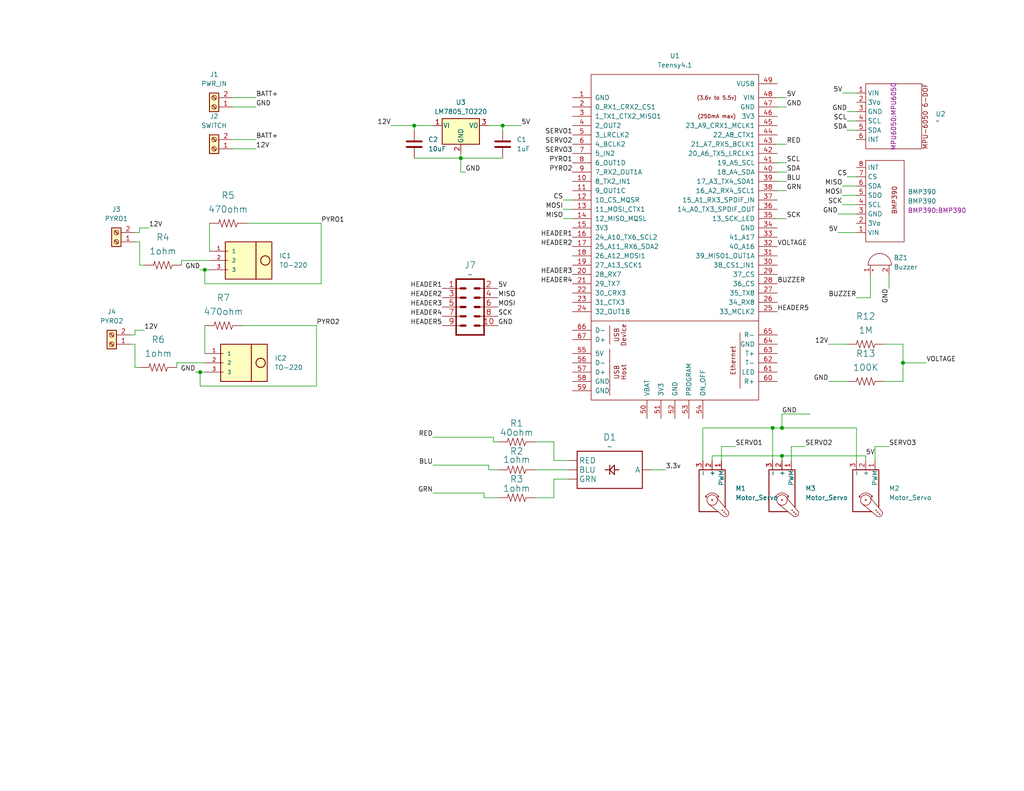
<source format=kicad_sch>
(kicad_sch (version 20250114) (generator "eeschema") (generator_version "9.0")
  (paper "A")
  (lib_symbols
    (symbol "BMP390:BMP390"
      (property "Reference" "U3" (at 12.7 0.7939 0))
      (property "Value" "BMP390" (at 12.7 -1.1112 0))
      (property "Footprint" "BMP390:BMP390" (at 0 0 0))
      (symbol "BMP390_0_1"
        (rectangle (start 11.43 -5.08) (end -10.795 5.3975))
      )
      (symbol "BMP390_1_1"
        (text "BMP390\n" (at 0 2.794 0) (effects (font (size 1.27 1.27))))
        (pin input line (at -8.89 -7.62 90) (length 2.54) (name "INT") (number "8"))
        (pin input line (at -6.35 -7.62 90) (length 2.54) (name "CS") (number "7"))
        (pin input line (at -3.81 -7.62 90) (length 2.54) (name "SDA") (number "6"))
        (pin input line (at -1.27 -7.62 90) (length 2.54) (name "SDO") (number "5"))
        (pin input line (at 1.27 -7.62 90) (length 2.54) (name "SCL") (number "4"))
        (pin input line (at 3.81 -7.62 90) (length 2.54) (name "GND") (number "3"))
        (pin input line (at 6.35 -7.62 90) (length 2.54) (name "3Vo") (number "2"))
        (pin input line (at 8.89 -7.62 90) (length 2.54) (name "VIN") (number "1"))
      )
    )
    (symbol "Connector:Screw_Terminal_01x02" (pin_names (offset 1.016) (hide yes))
      (property "Reference" "J1" (at 1.2701 -5.08 90))
      (property "Value" "Screw_Terminal_01x02" (at -1.2699 -5.08 90))
      (symbol "Screw_Terminal_01x02_1_1"
        (rectangle (start -1.27 1.27) (end 1.27 -3.81) (stroke (width 0.254)) (fill (type background)))
        (polyline (pts (xy -0.5334 0.3302) (xy 0.3302 -0.508)) (stroke (width 0.1524)))
        (polyline (pts (xy -0.5334 -2.2098) (xy 0.3302 -3.048)) (stroke (width 0.1524)))
        (polyline (pts (xy -0.3556 0.508) (xy 0.508 -0.3302)) (stroke (width 0.1524)))
        (polyline (pts (xy -0.3556 -2.032) (xy 0.508 -2.8702)) (stroke (width 0.1524)))
        (circle (center 0 0) (radius 0.635) (stroke (width 0.1524)))
        (circle (center 0 -2.54) (radius 0.635) (stroke (width 0.1524)))
        (pin passive line (at -5.08 0 0) (length 3.81) (name "Pin_1") (number "1"))
        (pin passive line (at -5.08 -2.54 0) (length 3.81) (name "Pin_2") (number "2"))
      )
    )
    (symbol "Device:Buzzer" (pin_names (offset 0.0254) (hide yes))
      (property "Reference" "BZ" (at 3.81 1.27 0))
      (property "Value" "Buzzer" (at 3.81 -1.27 0))
      (symbol "Buzzer_0_1"
        (polyline (pts (xy -1.651 1.905) (xy -1.143 1.905)))
        (polyline (pts (xy -1.397 2.159) (xy -1.397 1.651)))
        (arc (start 0 3.175) (mid 3.1612 0) (end 0 -3.175))
        (polyline (pts (xy 0 3.175) (xy 0 -3.175)))
      )
      (symbol "Buzzer_1_1"
        (pin passive line (at -2.54 2.54 0) (length 2.54) (name "+") (number "1"))
        (pin passive line (at -2.54 -2.54 0) (length 2.54) (name "-") (number "2"))
      )
    )
    (symbol "Device:C" (pin_numbers (hide yes)) (pin_names (offset 0.254))
      (property "Reference" "C" (at 0.635 2.54 0))
      (property "Value" "C" (at 0.635 -2.54 0))
      (symbol "C_0_1"
        (polyline (pts (xy -2.032 0.762) (xy 2.032 0.762)) (stroke (width 0.508)))
        (polyline (pts (xy -2.032 -0.762) (xy 2.032 -0.762)) (stroke (width 0.508)))
      )
      (symbol "C_1_1"
        (pin passive line (at 0 3.81 270) (length 2.794) (name "~") (number "1"))
        (pin passive line (at 0 -3.81 90) (length 2.794) (name "~") (number "2"))
      )
    )
    (symbol "MPU6050:MPU6050"
      (property "Reference" "U" (at 0 0 0))
      (symbol "MPU6050_0_1"
        (rectangle (start -8.89 7.62) (end 8.89 -7.62))
      )
      (symbol "MPU6050_1_1"
        (text "MPU-6050 6-DOF\n" (at 0 8.636 0) (effects (font (size 1.27 1.27))))
        (pin input line (at -6.35 -10.16 90) (length 2.54) (name "VIN") (number "1"))
        (pin input line (at -3.81 -10.16 90) (length 2.54) (name "3Vo") (number "2"))
        (pin input line (at -1.27 -10.16 90) (length 2.54) (name "GND") (number "3"))
        (pin input line (at 1.27 -10.16 90) (length 2.54) (name "SCL") (number "4"))
        (pin input line (at 3.81 -10.16 90) (length 2.54) (name "SDA") (number "5"))
        (pin input line (at 6.35 -10.16 90) (length 2.54) (name "INT") (number "6"))
      )
    )
    (symbol "Motor:Motor_Servo" (pin_names (offset 0.0254))
      (property "Reference" "M" (at -5.08 4.445 0))
      (property "Value" "Motor_Servo" (at -5.08 -4.064 0))
      (symbol "Motor_Servo_0_1"
        (polyline (pts (xy 2.413 1.778) (xy 1.905 1.778)))
        (polyline (pts (xy 2.413 1.778) (xy 2.286 1.397)))
        (polyline (pts (xy 2.413 -1.778) (xy 2.032 -1.778)))
        (polyline (pts (xy 2.413 -1.778) (xy 2.286 -1.397)))
        (arc (start 2.413 -1.778) (mid 1.2406 0) (end 2.413 1.778))
        (circle (center 3.175 0) (radius 0.1778))
        (circle (center 3.175 0) (radius 1.4224))
        (polyline (pts (xy 5.08 3.556) (xy -5.08 3.556) (xy -5.08 -3.556) (xy 6.35 -3.556) (xy 6.35 1.524)) (stroke (width 0.254)))
        (circle (center 5.969 2.794) (radius 0.127))
        (polyline (pts (xy 6.35 4.445) (xy 2.54 1.27)))
        (circle (center 6.477 3.302) (radius 0.127))
        (arc (start 6.35 4.445) (mid 7.4487 4.2737) (end 7.62 3.175))
        (circle (center 6.985 3.81) (radius 0.127))
        (polyline (pts (xy 7.62 3.175) (xy 4.191 -1.016)))
      )
      (symbol "Motor_Servo_1_1"
        (pin passive line (at -7.62 2.54 0) (length 2.54) (name "PWM") (number "1"))
        (pin passive line (at -7.62 0 0) (length 2.54) (name "+") (number "2"))
        (pin passive line (at -7.62 -2.54 0) (length 2.54) (name "-") (number "3"))
      )
    )
    (symbol "Regulator_Linear:LM7805_TO220" (pin_names (offset 0.254))
      (property "Reference" "U" (at -3.81 3.175 0))
      (property "Value" "LM7805_TO220" (at 0 3.175 0))
      (symbol "LM7805_TO220_0_1"
        (rectangle (start -5.08 1.905) (end 5.08 -5.08) (stroke (width 0.254)) (fill (type background)))
      )
      (symbol "LM7805_TO220_1_1"
        (pin power_in line (at -7.62 0 0) (length 2.54) (name "VI") (number "1"))
        (pin power_in line (at 0 -7.62 90) (length 2.54) (name "GND") (number "2"))
        (pin power_out line (at 7.62 0 180) (length 2.54) (name "VO") (number "3"))
      )
    )
    (symbol "SparkFun-Connectors:CONN_05X2NO_SILK"
      (property "Reference" "J" (at -3.81 8.128 0))
      (symbol "CONN_05X2NO_SILK_1_0"
        (polyline (pts (xy -3.81 7.62) (xy -3.81 -7.62)) (stroke (width 0.4064)))
        (polyline (pts (xy -3.81 7.62) (xy 3.81 7.62)) (stroke (width 0.4064)))
        (polyline (pts (xy -1.27 5.08) (xy -2.54 5.08)) (stroke (width 0.6096)))
        (polyline (pts (xy -1.27 2.54) (xy -2.54 2.54)) (stroke (width 0.6096)))
        (polyline (pts (xy -1.27 0) (xy -2.54 0)) (stroke (width 0.6096)))
        (polyline (pts (xy -1.27 -2.54) (xy -2.54 -2.54)) (stroke (width 0.6096)))
        (polyline (pts (xy -1.27 -5.08) (xy -2.54 -5.08)) (stroke (width 0.6096)))
        (polyline (pts (xy 1.27 5.08) (xy 2.54 5.08)) (stroke (width 0.6096)))
        (polyline (pts (xy 1.27 2.54) (xy 2.54 2.54)) (stroke (width 0.6096)))
        (polyline (pts (xy 1.27 0) (xy 2.54 0)) (stroke (width 0.6096)))
        (polyline (pts (xy 1.27 -2.54) (xy 2.54 -2.54)) (stroke (width 0.6096)))
        (polyline (pts (xy 1.27 -5.08) (xy 2.54 -5.08)) (stroke (width 0.6096)))
        (polyline (pts (xy 3.81 -7.62) (xy -3.81 -7.62)) (stroke (width 0.4064)))
        (polyline (pts (xy 3.81 -7.62) (xy 3.81 7.62)) (stroke (width 0.4064)))
        (pin passive line (at -7.62 5.08 0) (length 5.08) (name "1") (number "1"))
        (pin passive line (at -7.62 2.54 0) (length 5.08) (name "3") (number "3"))
        (pin passive line (at -7.62 0 0) (length 5.08) (name "5") (number "5"))
        (pin passive line (at -7.62 -2.54 0) (length 5.08) (name "7") (number "7"))
        (pin passive line (at -7.62 -5.08 0) (length 5.08) (name "9") (number "9"))
        (pin passive line (at 7.62 5.08 180) (length 5.08) (name "2") (number "2"))
        (pin passive line (at 7.62 2.54 180) (length 5.08) (name "4") (number "4"))
        (pin passive line (at 7.62 0 180) (length 5.08) (name "6") (number "6"))
        (pin passive line (at 7.62 -2.54 180) (length 5.08) (name "8") (number "8"))
        (pin passive line (at 7.62 -5.08 180) (length 5.08) (name "10") (number "10"))
      )
    )
    (symbol "SparkFun-LED:LED-RGB-CADIFFUSE"
      (property "Reference" "D" (at -7.62 5.3975 0))
      (symbol "LED-RGB-CADIFFUSE_1_0"
        (polyline (pts (xy -7.62 5.08) (xy 10.16 5.08)) (stroke (width 0.254)))
        (polyline (pts (xy -7.62 -5.08) (xy -7.62 5.08)) (stroke (width 0.254)))
        (polyline (pts (xy 1.27 0) (xy 0 0)) (stroke (width 0.254)))
        (polyline (pts (xy 1.27 0) (xy 1.27 1.27)) (stroke (width 0.254)))
        (polyline (pts (xy 1.27 0) (xy 2.54 -1.27)) (stroke (width 0.254)))
        (polyline (pts (xy 1.27 -1.27) (xy 1.27 0)) (stroke (width 0.254)))
        (polyline (pts (xy 2.54 1.27) (xy 1.27 0)) (stroke (width 0.254)))
        (polyline (pts (xy 2.54 0) (xy 2.54 1.27)) (stroke (width 0.254)))
        (polyline (pts (xy 2.54 0) (xy 3.81 0)) (stroke (width 0.254)))
        (polyline (pts (xy 2.54 -1.27) (xy 2.54 0)) (stroke (width 0.254)))
        (polyline (pts (xy 10.16 5.08) (xy 10.16 -5.08)) (stroke (width 0.254)))
        (polyline (pts (xy 10.16 -5.08) (xy -7.62 -5.08)) (stroke (width 0.254)))
        (pin bidirectional line (at -10.16 2.54 0) (length 2.54) (name "RED") (number "1"))
        (pin bidirectional line (at -10.16 0 0) (length 2.54) (name "BLU") (number "4"))
        (pin bidirectional line (at -10.16 -2.54 0) (length 2.54) (name "GRN") (number "3"))
        (pin bidirectional line (at 12.7 0 180) (length 2.54) (name "A") (number "2"))
      )
    )
    (symbol "SparkFun-Resistors:RESISTOR0402"
      (property "Reference" "R" (at 0 1.524 0))
      (symbol "RESISTOR0402_1_0"
        (polyline (pts (xy -2.54 0) (xy -2.159 1.016)) (stroke (width 0.1524)))
        (polyline (pts (xy -2.159 1.016) (xy -1.524 -1.016)) (stroke (width 0.1524)))
        (polyline (pts (xy -1.524 -1.016) (xy -0.889 1.016)) (stroke (width 0.1524)))
        (polyline (pts (xy -0.889 1.016) (xy -0.254 -1.016)) (stroke (width 0.1524)))
        (polyline (pts (xy -0.254 -1.016) (xy 0.381 1.016)) (stroke (width 0.1524)))
        (polyline (pts (xy 0.381 1.016) (xy 1.016 -1.016)) (stroke (width 0.1524)))
        (polyline (pts (xy 1.016 -1.016) (xy 1.651 1.016)) (stroke (width 0.1524)))
        (polyline (pts (xy 1.651 1.016) (xy 2.286 -1.016)) (stroke (width 0.1524)))
        (polyline (pts (xy 2.286 -1.016) (xy 2.54 0)) (stroke (width 0.1524)))
        (pin passive line (at -5.08 0 0) (length 2.54) (name "1") (number "1"))
        (pin passive line (at 5.08 0 180) (length 2.54) (name "2") (number "2"))
      )
    )
    (symbol "TO-220_1" (pin_names (offset 1.016))
      (property "Reference" "IC1" (at -1.2701 13.97 90))
      (property "Value" "TO-220" (at 1.2699 13.97 90))
      (symbol "TO-220_1_0_0"
        (rectangle (start -5.08 11.9459) (end 5.08 -0.7541) (stroke (width 0.254)) (fill (type background)))
        (polyline (pts (xy -5.08 7.62) (xy 5.08 7.62)) (stroke (width 0.254)))
        (circle (center 0 10.16) (radius 1.27) (stroke (width 0.254)))
      )
      (symbol "TO-220_1_1_0"
        (pin bidirectional line (at -2.54 -5.08 90) (length 5.08) (name "1") (number "1"))
        (pin bidirectional line (at 0 -5.08 90) (length 5.08) (name "2") (number "2"))
        (pin bidirectional line (at 2.54 -5.08 90) (length 5.08) (name "3") (number "3"))
      )
    )
    (symbol "TO-220_3" (pin_names (offset 1.016))
      (property "Reference" "IC2" (at -1.2701 13.97 90))
      (property "Value" "TO-220" (at 1.2699 13.97 90))
      (symbol "TO-220_3_0_0"
        (rectangle (start -5.08 11.9459) (end 5.08 -0.7541) (stroke (width 0.254)) (fill (type background)))
        (polyline (pts (xy -5.08 7.62) (xy 5.08 7.62)) (stroke (width 0.254)))
        (circle (center 0 10.16) (radius 1.27) (stroke (width 0.254)))
      )
      (symbol "TO-220_3_1_0"
        (pin bidirectional line (at -2.54 -5.08 90) (length 5.08) (name "1") (number "1"))
        (pin bidirectional line (at 0 -5.08 90) (length 5.08) (name "2") (number "2"))
        (pin bidirectional line (at 2.54 -5.08 90) (length 5.08) (name "3") (number "3"))
      )
    )
    (symbol "teensy:Teensy4.1" (pin_names (offset 1.016))
      (property "Reference" "U1" (at 0 66.04 0))
      (property "Value" "Teensy4.1" (at 0 63.5 0))
      (property "Footprint" "teensy:Teensy41" (at -10.16 10.16 0))
      (symbol "Teensy4.1_0_0"
        (polyline (pts (xy -22.86 -6.35) (xy 22.86 -6.35)))
        (polyline (pts (xy -17.78 -7.62) (xy -17.78 -12.7)))
        (polyline (pts (xy -17.78 -26.67) (xy -17.78 -13.97)))
        (polyline (pts (xy 17.78 -9.525) (xy 17.78 -24.765)))
        (text "USB" (at -15.875 -10.16 900) (effects (font (size 1.27 1.27))))
        (text "USB" (at -15.875 -20.32 900) (effects (font (size 1.27 1.27))))
        (text "Device" (at -13.97 -10.16 900) (effects (font (size 1.27 1.27))))
        (text "Host" (at -13.97 -20.32 900) (effects (font (size 1.27 1.27))))
        (text "(3.6v to 5.5v)" (at 11.43 54.61 0) (effects (font (size 1.016 1.016))))
        (text "(250mA max)" (at 11.43 49.53 0) (effects (font (size 1.016 1.016))))
        (text "Ethernet" (at 15.875 -17.145 900) (effects (font (size 1.27 1.27))))
        (pin bidirectional line (at -27.94 44.45 0) (length 5.08) (name "3_LRCLK2") (number "5"))
        (pin bidirectional line (at -27.94 41.91 0) (length 5.08) (name "4_BCLK2") (number "6"))
        (pin bidirectional line (at -27.94 39.37 0) (length 5.08) (name "5_IN2") (number "7"))
        (pin bidirectional line (at -27.94 36.83 0) (length 5.08) (name "6_OUT1D") (number "8"))
        (pin bidirectional line (at -27.94 34.29 0) (length 5.08) (name "7_RX2_OUT1A") (number "9"))
        (pin bidirectional line (at -27.94 31.75 0) (length 5.08) (name "8_TX2_IN1") (number "10"))
        (pin bidirectional line (at -27.94 29.21 0) (length 5.08) (name "9_OUT1C") (number "11"))
        (pin bidirectional line (at -27.94 26.67 0) (length 5.08) (name "10_CS_MQSR") (number "12"))
        (pin bidirectional line (at -27.94 24.13 0) (length 5.08) (name "11_MOSI_CTX1") (number "13"))
        (pin bidirectional line (at -27.94 21.59 0) (length 5.08) (name "12_MISO_MQSL") (number "14"))
        (pin power_in line (at -27.94 19.05 0) (length 5.08) (name "3V3") (number "15"))
        (pin bidirectional line (at -27.94 16.51 0) (length 5.08) (name "24_A10_TX6_SCL2") (number "16"))
        (pin bidirectional line (at -27.94 13.97 0) (length 5.08) (name "25_A11_RX6_SDA2") (number "17"))
        (pin bidirectional line (at -27.94 11.43 0) (length 5.08) (name "26_A12_MOSI1") (number "18"))
        (pin bidirectional line (at -27.94 8.89 0) (length 5.08) (name "27_A13_SCK1") (number "19"))
        (pin bidirectional line (at -27.94 6.35 0) (length 5.08) (name "28_RX7") (number "20"))
        (pin bidirectional line (at -27.94 3.81 0) (length 5.08) (name "29_TX7") (number "21"))
        (pin bidirectional line (at -27.94 1.27 0) (length 5.08) (name "30_CRX3") (number "22"))
        (pin bidirectional line (at -27.94 -1.27 0) (length 5.08) (name "31_CTX3") (number "23"))
        (pin bidirectional line (at -27.94 -3.81 0) (length 5.08) (name "32_OUT1B") (number "24"))
        (pin bidirectional line (at -27.94 -8.89 0) (length 5.08) (name "D-") (number "66"))
        (pin bidirectional line (at -27.94 -11.43 0) (length 5.08) (name "D+") (number "67"))
        (pin power_out line (at -27.94 -15.24 0) (length 5.08) (name "5V") (number "55"))
        (pin bidirectional line (at -27.94 -17.78 0) (length 5.08) (name "D-") (number "56"))
        (pin bidirectional line (at -27.94 -20.32 0) (length 5.08) (name "D+") (number "57"))
        (pin power_in line (at -27.94 -22.86 0) (length 5.08) (name "GND") (number "58"))
        (pin power_in line (at -27.94 -25.4 0) (length 5.08) (name "GND") (number "59"))
        (pin power_in line (at -7.62 -33.02 90) (length 5.08) (name "VBAT") (number "50"))
        (pin power_in line (at -3.81 -33.02 90) (length 5.08) (name "3V3") (number "51"))
        (pin input line (at 0 -33.02 90) (length 5.08) (name "GND") (number "52"))
        (pin input line (at 3.81 -33.02 90) (length 5.08) (name "PROGRAM") (number "53"))
        (pin input line (at 7.62 -33.02 90) (length 5.08) (name "ON_OFF") (number "54"))
        (pin power_out line (at 27.94 58.42 180) (length 5.08) (name "VUSB") (number "49"))
        (pin power_in line (at 27.94 54.61 180) (length 5.08) (name "VIN") (number "48"))
        (pin output line (at 27.94 52.07 180) (length 5.08) (name "GND") (number "47"))
        (pin output line (at 27.94 49.53 180) (length 5.08) (name "3V3") (number "46"))
        (pin bidirectional line (at 27.94 46.99 180) (length 5.08) (name "23_A9_CRX1_MCLK1") (number "45"))
        (pin bidirectional line (at 27.94 44.45 180) (length 5.08) (name "22_A8_CTX1") (number "44"))
        (pin bidirectional line (at 27.94 41.91 180) (length 5.08) (name "21_A7_RX5_BCLK1") (number "43"))
        (pin bidirectional line (at 27.94 39.37 180) (length 5.08) (name "20_A6_TX5_LRCLK1") (number "42"))
        (pin bidirectional line (at 27.94 36.83 180) (length 5.08) (name "19_A5_SCL") (number "41"))
        (pin bidirectional line (at 27.94 34.29 180) (length 5.08) (name "18_A4_SDA") (number "40"))
        (pin bidirectional line (at 27.94 31.75 180) (length 5.08) (name "17_A3_TX4_SDA1") (number "39"))
        (pin bidirectional line (at 27.94 29.21 180) (length 5.08) (name "16_A2_RX4_SCL1") (number "38"))
        (pin bidirectional line (at 27.94 26.67 180) (length 5.08) (name "15_A1_RX3_SPDIF_IN") (number "37"))
        (pin bidirectional line (at 27.94 24.13 180) (length 5.08) (name "14_A0_TX3_SPDIF_OUT") (number "36"))
        (pin bidirectional line (at 27.94 21.59 180) (length 5.08) (name "13_SCK_LED") (number "35"))
        (pin bidirectional line (at 27.94 16.51 180) (length 5.08) (name "41_A17") (number "33"))
        (pin bidirectional line (at 27.94 13.97 180) (length 5.08) (name "40_A16") (number "32"))
        (pin bidirectional line (at 27.94 11.43 180) (length 5.08) (name "39_MISO1_OUT1A") (number "31"))
        (pin bidirectional line (at 27.94 8.89 180) (length 5.08) (name "38_CS1_IN1") (number "30"))
        (pin bidirectional line (at 27.94 6.35 180) (length 5.08) (name "37_CS") (number "29"))
        (pin bidirectional line (at 27.94 3.81 180) (length 5.08) (name "36_CS") (number "28"))
        (pin bidirectional line (at 27.94 1.27 180) (length 5.08) (name "35_TX8") (number "27"))
        (pin bidirectional line (at 27.94 -1.27 180) (length 5.08) (name "34_RX8") (number "26"))
        (pin bidirectional line (at 27.94 -3.81 180) (length 5.08) (name "33_MCLK2") (number "25"))
        (pin bidirectional line (at 27.94 -10.16 180) (length 5.08) (name "R-") (number "65"))
        (pin power_in line (at 27.94 -12.7 180) (length 5.08) (name "GND") (number "64"))
        (pin bidirectional line (at 27.94 -15.24 180) (length 5.08) (name "T+") (number "63"))
        (pin bidirectional line (at 27.94 -17.78 180) (length 5.08) (name "T-") (number "62"))
        (pin bidirectional line (at 27.94 -20.32 180) (length 5.08) (name "LED") (number "61"))
        (pin bidirectional line (at 27.94 -22.86 180) (length 5.08) (name "R+") (number "60"))
      )
      (symbol "Teensy4.1_0_1"
        (rectangle (start -22.86 60.96) (end 22.86 -27.94))
        (rectangle (start -20.32 -1.27) (end -20.32 -1.27))
      )
      (symbol "Teensy4.1_1_1"
        (pin power_in line (at -27.94 54.61 0) (length 5.08) (name "GND") (number "1"))
        (pin bidirectional line (at -27.94 52.07 0) (length 5.08) (name "0_RX1_CRX2_CS1") (number "2"))
        (pin bidirectional line (at -27.94 49.53 0) (length 5.08) (name "1_TX1_CTX2_MISO1") (number "3"))
        (pin bidirectional line (at -27.94 46.99 0) (length 5.08) (name "2_OUT2") (number "4"))
        (pin power_in line (at 27.94 19.05 180) (length 5.08) (name "GND") (number "34"))
      )
    )
  )
  (junction (at 113.03 34.29))
  (junction (at 210.82 116.84))
  (junction (at 246.38 99.06))
  (junction (at 125.73 43.18))
  (junction (at 213.36 124.46))
  (junction (at 213.36 116.84))
  (junction (at 54.61 101.6))
  (junction (at 55.88 73.66))
  (junction (at 137.16 34.29))
  (wire (pts (xy 229.87 50.8) (xy 233.68 50.8)))
  (wire (pts (xy 69.85 40.64) (xy 63.5 40.64)))
  (wire (pts (xy 213.36 124.46) (xy 236.22 124.46)))
  (wire (pts (xy 242.57 74.93) (xy 242.57 78.74)))
  (wire (pts (xy 153.67 59.69) (xy 156.21 59.69)))
  (wire (pts (xy 69.85 29.21) (xy 63.5 29.21)))
  (wire (pts (xy 215.9 125.73) (xy 215.9 121.92)))
  (wire (pts (xy 67.31 60.96) (xy 87.63 60.96)))
  (wire (pts (xy 113.03 35.56) (xy 113.03 34.29)))
  (wire (pts (xy 146.05 120.65) (xy 151.13 120.65)))
  (wire (pts (xy 38.1 62.23) (xy 38.1 63.5)))
  (wire (pts (xy 55.88 73.66) (xy 57.15 73.66)))
  (wire (pts (xy 231.14 30.48) (xy 233.68 30.48)))
  (wire (pts (xy 54.61 73.66) (xy 55.88 73.66)))
  (wire (pts (xy 69.85 26.67) (xy 63.5 26.67)))
  (wire (pts (xy 36.83 100.33) (xy 38.1 100.33)))
  (wire (pts (xy 246.38 104.14) (xy 241.3 104.14)))
  (wire (pts (xy 231.14 48.26) (xy 233.68 48.26)))
  (wire (pts (xy 134.62 119.38) (xy 118.11 119.38)))
  (wire (pts (xy 233.68 116.84) (xy 233.68 125.73)))
  (wire (pts (xy 228.6 63.5) (xy 233.68 63.5)))
  (wire (pts (xy 36.83 90.17) (xy 39.37 90.17)))
  (wire (pts (xy 229.87 53.34) (xy 233.68 53.34)))
  (wire (pts (xy 229.87 25.4) (xy 233.68 25.4)))
  (wire (pts (xy 49.53 72.39) (xy 49.53 71.12)))
  (wire (pts (xy 146.05 128.27) (xy 154.94 128.27)))
  (wire (pts (xy 35.56 93.98) (xy 36.83 93.98)))
  (wire (pts (xy 214.63 59.69) (xy 212.09 59.69)))
  (wire (pts (xy 36.83 91.44) (xy 35.56 91.44)))
  (wire (pts (xy 66.04 88.9) (xy 86.36 88.9)))
  (wire (pts (xy 38.1 66.04) (xy 38.1 72.39)))
  (wire (pts (xy 55.88 88.9) (xy 55.88 96.52)))
  (wire (pts (xy 133.35 127) (xy 118.11 127)))
  (wire (pts (xy 125.73 46.99) (xy 127 46.99)))
  (wire (pts (xy 214.63 39.37) (xy 212.09 39.37)))
  (wire (pts (xy 137.16 34.29) (xy 137.16 35.56)))
  (wire (pts (xy 151.13 130.81) (xy 154.94 130.81)))
  (wire (pts (xy 231.14 35.56) (xy 233.68 35.56)))
  (wire (pts (xy 48.26 99.06) (xy 55.88 99.06)))
  (wire (pts (xy 231.14 33.02) (xy 233.68 33.02)))
  (wire (pts (xy 191.77 125.73) (xy 191.77 116.84)))
  (wire (pts (xy 132.08 135.89) (xy 132.08 134.62)))
  (wire (pts (xy 38.1 72.39) (xy 39.37 72.39)))
  (wire (pts (xy 214.63 29.21) (xy 212.09 29.21)))
  (wire (pts (xy 191.77 116.84) (xy 210.82 116.84)))
  (wire (pts (xy 146.05 135.89) (xy 151.13 135.89)))
  (wire (pts (xy 87.63 77.47) (xy 55.88 77.47)))
  (wire (pts (xy 181.61 128.27) (xy 177.8 128.27)))
  (wire (pts (xy 196.85 121.92) (xy 200.66 121.92)))
  (wire (pts (xy 135.89 135.89) (xy 132.08 135.89)))
  (wire (pts (xy 196.85 125.73) (xy 196.85 121.92)))
  (wire (pts (xy 214.63 52.07) (xy 212.09 52.07)))
  (wire (pts (xy 233.68 81.28) (xy 237.49 81.28)))
  (wire (pts (xy 38.1 62.23) (xy 40.64 62.23)))
  (wire (pts (xy 214.63 49.53) (xy 212.09 49.53)))
  (wire (pts (xy 125.73 41.91) (xy 125.73 43.18)))
  (wire (pts (xy 153.67 57.15) (xy 156.21 57.15)))
  (wire (pts (xy 55.88 77.47) (xy 55.88 73.66)))
  (wire (pts (xy 125.73 43.18) (xy 125.73 46.99)))
  (wire (pts (xy 151.13 125.73) (xy 154.94 125.73)))
  (wire (pts (xy 54.61 105.41) (xy 54.61 101.6)))
  (wire (pts (xy 246.38 93.98) (xy 246.38 99.06)))
  (wire (pts (xy 213.36 124.46) (xy 213.36 125.73)))
  (wire (pts (xy 135.89 128.27) (xy 133.35 128.27)))
  (wire (pts (xy 213.36 113.03) (xy 220.98 113.03)))
  (wire (pts (xy 38.1 63.5) (xy 36.83 63.5)))
  (wire (pts (xy 237.49 74.93) (xy 237.49 81.28)))
  (wire (pts (xy 125.73 43.18) (xy 137.16 43.18)))
  (wire (pts (xy 54.61 101.6) (xy 55.88 101.6)))
  (wire (pts (xy 210.82 116.84) (xy 210.82 125.73)))
  (wire (pts (xy 87.63 60.96) (xy 87.63 77.47)))
  (wire (pts (xy 241.3 93.98) (xy 246.38 93.98)))
  (wire (pts (xy 151.13 120.65) (xy 151.13 125.73)))
  (wire (pts (xy 113.03 34.29) (xy 118.11 34.29)))
  (wire (pts (xy 228.6 58.42) (xy 233.68 58.42)))
  (wire (pts (xy 229.87 55.88) (xy 233.68 55.88)))
  (wire (pts (xy 238.76 121.92) (xy 242.57 121.92)))
  (wire (pts (xy 53.34 101.6) (xy 54.61 101.6)))
  (wire (pts (xy 57.15 60.96) (xy 57.15 68.58)))
  (wire (pts (xy 246.38 99.06) (xy 246.38 104.14)))
  (wire (pts (xy 226.06 104.14) (xy 231.14 104.14)))
  (wire (pts (xy 48.26 100.33) (xy 48.26 99.06)))
  (wire (pts (xy 214.63 46.99) (xy 212.09 46.99)))
  (wire (pts (xy 36.83 66.04) (xy 38.1 66.04)))
  (wire (pts (xy 210.82 116.84) (xy 213.36 116.84)))
  (wire (pts (xy 133.35 34.29) (xy 137.16 34.29)))
  (wire (pts (xy 215.9 121.92) (xy 219.71 121.92)))
  (wire (pts (xy 36.83 93.98) (xy 36.83 100.33)))
  (wire (pts (xy 133.35 128.27) (xy 133.35 127)))
  (wire (pts (xy 246.38 99.06) (xy 252.73 99.06)))
  (wire (pts (xy 86.36 88.9) (xy 86.36 105.41)))
  (wire (pts (xy 86.36 105.41) (xy 54.61 105.41)))
  (wire (pts (xy 213.36 124.46) (xy 194.31 124.46)))
  (wire (pts (xy 137.16 34.29) (xy 142.24 34.29)))
  (wire (pts (xy 134.62 120.65) (xy 134.62 119.38)))
  (wire (pts (xy 151.13 135.89) (xy 151.13 130.81)))
  (wire (pts (xy 132.08 134.62) (xy 118.11 134.62)))
  (wire (pts (xy 226.06 93.98) (xy 231.14 93.98)))
  (wire (pts (xy 214.63 26.67) (xy 212.09 26.67)))
  (wire (pts (xy 236.22 124.46) (xy 236.22 125.73)))
  (wire (pts (xy 214.63 44.45) (xy 212.09 44.45)))
  (wire (pts (xy 69.85 38.1) (xy 63.5 38.1)))
  (wire (pts (xy 153.67 54.61) (xy 156.21 54.61)))
  (wire (pts (xy 106.68 34.29) (xy 113.03 34.29)))
  (wire (pts (xy 113.03 43.18) (xy 125.73 43.18)))
  (wire (pts (xy 135.89 120.65) (xy 134.62 120.65)))
  (wire (pts (xy 49.53 71.12) (xy 57.15 71.12)))
  (wire (pts (xy 36.83 90.17) (xy 36.83 91.44)))
  (wire (pts (xy 213.36 116.84) (xy 233.68 116.84)))
  (wire (pts (xy 213.36 113.03) (xy 213.36 116.84)))
  (wire (pts (xy 238.76 125.73) (xy 238.76 121.92)))
  (wire (pts (xy 194.31 124.46) (xy 194.31 125.73)))
  (label "HEADER2" (at 156.21 67.31 180))
  (label "MISO" (at 153.67 59.69 180))
  (label "GND" (at 127 46.99 0))
  (label "BUZZER" (at 233.68 81.28 180))
  (label "BLU" (at 118.11 127 180))
  (label "CS" (at 153.67 54.61 180))
  (label "SCL" (at 231.14 33.02 180))
  (label "GND" (at 54.61 73.66 180))
  (label "12V" (at 39.37 90.17 0))
  (label "BUZZER" (at 212.09 77.47 0))
  (label "SERVO1" (at 200.66 121.92 0))
  (label "MOSI" (at 229.87 53.34 180))
  (label "HEADER5" (at 120.65 88.9 180))
  (label "12V" (at 106.68 34.29 180))
  (label "5V" (at 214.63 26.67 0))
  (label "GND" (at 213.36 113.03 0))
  (label "MISO" (at 229.87 50.8 180))
  (label "5V" (at 135.89 78.74 0))
  (label "HEADER2" (at 120.65 81.28 180))
  (label "BATT+" (at 69.85 38.1 0))
  (label "12V" (at 69.85 40.64 0))
  (label "SERVO2" (at 156.21 39.37 180))
  (label "PYRO2" (at 86.36 88.9 0))
  (label "RED" (at 214.63 39.37 0))
  (label "GND" (at 135.89 88.9 0))
  (label "HEADER1" (at 120.65 78.74 180))
  (label "HEADER5" (at 212.09 85.09 0))
  (label "SCK" (at 135.89 86.36 0))
  (label "SERVO1" (at 156.21 36.83 180))
  (label "HEADER1" (at 156.21 64.77 180))
  (label "HEADER3" (at 156.21 74.93 180))
  (label "SDA" (at 231.14 35.56 180))
  (label "VOLTAGE" (at 212.09 67.31 0))
  (label "GND" (at 226.06 104.14 180))
  (label "PYRO1" (at 156.21 44.45 180))
  (label "5V" (at 142.24 34.29 0))
  (label "GND" (at 53.34 101.6 180))
  (label "SERVO3" (at 242.57 121.92 0))
  (label "BATT+" (at 69.85 26.67 0))
  (label "HEADER3" (at 120.65 83.82 180))
  (label "3.3v" (at 181.61 128.27 0))
  (label "GND" (at 228.6 58.42 180))
  (label "GND" (at 231.14 30.48 180))
  (label "BLU" (at 214.63 49.53 0))
  (label "MOSI" (at 153.67 57.15 180))
  (label "12V" (at 40.64 62.23 0))
  (label "HEADER4" (at 120.65 86.36 180))
  (label "SCL" (at 214.63 44.45 0))
  (label "SDA" (at 214.63 46.99 0))
  (label "MOSI" (at 135.89 83.82 0))
  (label "RED" (at 118.11 119.38 180))
  (label "GND" (at 242.57 78.74 270))
  (label "PYRO1" (at 87.63 60.96 0))
  (label "SCK" (at 229.87 55.88 180))
  (label "VOLTAGE" (at 252.73 99.06 0))
  (label "HEADER4" (at 156.21 77.47 180))
  (label "CS" (at 231.14 48.26 180))
  (label "GRN" (at 118.11 134.62 180))
  (label "SERVO3" (at 156.21 41.91 180))
  (label "SCK" (at 214.63 59.69 0))
  (label "SERVO2" (at 219.71 121.92 0))
  (label "5V" (at 228.6 63.5 180))
  (label "PYRO2" (at 156.21 46.99 180))
  (label "12V" (at 226.06 93.98 180))
  (label "5V" (at 229.87 25.4 180))
  (label "5V" (at 236.22 124.46 0))
  (label "GRN" (at 214.63 52.07 0))
  (label "GND" (at 69.85 29.21 0))
  (label "GND" (at 214.63 29.21 0))
  (label "MISO" (at 135.89 81.28 0))
  (symbol (lib_id "MPU6050:MPU6050") (at 243.84 31.75 270) (unit 1)
    (property "Reference" "U2" (at 255.27 31.1149 90) (effects (justify left)))
    (property "Value" "~" (at 255.27 33.02 90) (effects (justify left)))
    (property "Footprint" "MPU6050:MPU6050" (at 243.84 31.75 0))
  )
  (symbol (lib_id "Connector:Screw_Terminal_01x02") (at 58.42 40.64 180) (unit 1)
    (property "Reference" "J2" (at 58.42 31.75 0))
    (property "Value" "SWITCH" (at 58.42 34.29 0))
    (property "Footprint" "TerminalBlock:TerminalBlock_MaiXu_MX126-5.0-02P_1x02_P5.00mm" (effects (hide yes)))
    (property "Description" "Generic screw terminal, single row, 01x02, script generated (kicad-library-utils/schlib/autogen/connector/)" (effects (hide yes)))
  )
  (symbol (lib_name "TO-220_1") (lib_id "TO-220:TO-220") (at 62.23 71.12 270) (unit 1)
    (property "Reference" "IC1" (at 76.2 69.8499 90) (effects (justify left)))
    (property "Value" "TO-220" (at 76.2 72.3899 90) (effects (justify left)))
    (property "Footprint" "Package_TO_SOT_THT:TO-220-3_Vertical" (effects (hide yes)))
    (property "MF" "Valcon" (effects (hide yes)))
    (property "Description_1" "TO - Valcon Silicon Insulators" (effects (hide yes)))
    (property "Package" "None" (effects (hide yes)))
    (property "Price" "None" (effects (hide yes)))
    (property "SnapEDA_Link" "https://www.snapeda.com/parts/TO-220/Valcon/view-part/?ref=snap" (effects (hide yes)))
    (property "MP" "TO-220" (effects (hide yes)))
    (property "Availability" "In Stock" (effects (hide yes)))
    (property "Check_prices" "https://www.snapeda.com/parts/TO-220/Valcon/view-part/?ref=eda" (effects (hide yes)))
  )
  (symbol (lib_id "Motor:Motor_Servo") (at 194.31 133.35 270) (unit 1)
    (property "Reference" "M1" (at 200.66 133.336 90) (effects (justify left)))
    (property "Value" "Motor_Servo" (at 200.66 135.876 90) (effects (justify left)))
    (property "Footprint" "Connector_PinHeader_2.54mm:PinHeader_1x03_P2.54mm_Vertical" (effects (hide yes)))
    (property "Datasheet" "http://forums.parallax.com/uploads/attachments/46831/74481.png" (effects (hide yes)))
    (property "Description" "Servo Motor (Futaba, HiTec, JR connector)" (effects (hide yes)))
  )
  (symbol (lib_id "SparkFun-Resistors:RESISTOR0402") (at 62.23 60.96 180) (unit 1)
    (property "Reference" "R5" (at 62.23 53.34 0) (effects (font (size 1.778 1.778))))
    (property "Value" "470ohm" (at 62.23 57.15 0) (effects (font (size 1.778 1.778))))
    (property "Footprint" "Resistor_THT:R_Axial_DIN0207_L6.3mm_D2.5mm_P7.62mm_Horizontal" (effects (hide yes)))
    (property "Description" "Generic Resistor Package" (effects (hide yes)))
  )
  (symbol (lib_id "Regulator_Linear:LM7805_TO220") (at 125.73 34.29 0) (unit 1)
    (property "Reference" "U3" (at 125.73 27.94 0))
    (property "Value" "LM7805_TO220" (at 125.73 30.48 0))
    (property "Footprint" "Package_TO_SOT_THT:TO-220-3_Vertical" (effects (hide yes)))
    (property "Datasheet" "https://www.onsemi.cn/PowerSolutions/document/MC7800-D.PDF" (effects (hide yes)))
    (property "Description" "Positive 1A 35V Linear Regulator, Fixed Output 5V, TO-220" (effects (hide yes)))
  )
  (symbol (lib_id "Motor:Motor_Servo") (at 213.36 133.35 270) (unit 1)
    (property "Reference" "M3" (at 219.71 133.336 90) (effects (justify left)))
    (property "Value" "Motor_Servo" (at 219.71 135.876 90) (effects (justify left)))
    (property "Footprint" "Connector_PinHeader_2.54mm:PinHeader_1x03_P2.54mm_Vertical" (effects (hide yes)))
    (property "Datasheet" "http://forums.parallax.com/uploads/attachments/46831/74481.png" (effects (hide yes)))
    (property "Description" "Servo Motor (Futaba, HiTec, JR connector)" (effects (hide yes)))
  )
  (symbol (lib_id "Device:Buzzer") (at 240.03 72.39 90) (unit 1)
    (property "Reference" "BZ1" (at 243.84 70.3648 90) (effects (justify right)))
    (property "Value" "Buzzer" (at 243.84 72.9048 90) (effects (justify right)))
    (property "Footprint" "Buzzer_Beeper:Buzzer_TDK_PS1240P02BT_D12.2mm_H6.5mm" (effects (hide yes)))
    (property "Description" "Buzzer, polarized" (effects (hide yes)))
  )
  (symbol (lib_id "teensy:Teensy4.1") (at 184.15 81.28 0) (unit 1)
    (property "Reference" "U1" (at 184.15 15.24 0))
    (property "Value" "Teensy4.1" (at 184.15 17.78 0))
    (property "Footprint" "teensy:Teensy41" (effects (hide yes)))
  )
  (symbol (lib_id "SparkFun-Connectors:CONN_05X2NO_SILK") (at 128.27 83.82 0) (unit 1)
    (property "Reference" "J7" (at 128.27 72.39 0) (effects (font (size 1.778 1.778))))
    (property "Value" "~" (at 128.27 74.93 0) (effects (font (size 1.778 1.778))))
    (property "Footprint" "Connector_PinHeader_2.54mm:PinHeader_2x05_P2.54mm_Vertical" (effects (hide yes)))
    (property "Description" "Multi connection point. Often used as Generic Header-pin footprint for 0.1 inch spaced/style header connections\n\nFor AVR SPI programming port, see special device with nice symbol: \"AVR_SPI_PROG_5x2.dev\"\n\nYou can populate with any combo of single row headers, but if you'd like an exact match, check these:\n\n• https://www.sparkfun.com/products/778  2x5 AVR ICSP Male Header (PRT-00778)\n• https://www.sparkfun.com/products/8506  2x5 Pin Shrouded Header (PRT-08506)\n\nOn any of the 0.1 inch spaced packages, you can populate with these:\n\n• https://www.sparkfun.com/products/116  Break Away Headers - Straight (PRT-00116)\n• https://www.sparkfun.com/products/553  Break Away Male Headers - Right Angle (PRT-00553)\n• https://www.sparkfun.com/products/115  Female Headers (PRT-00115)\n• https://www.sparkfun.com/products/117  Break Away Headers - Machine Pin (PRT-00117)\n• https://www.sparkfun.com/products/743  Break Away Female Headers - Swiss Machine Pin (PRT-00743)\n\nSpecial note: the shrouded connector mates well with our 5x2 ribbon cables:\n\n• https://www.sparkfun.com/products/8535  2x5 Pin IDC Ribbon Cable (PRT-08535)" (effects (hide yes)))
  )
  (symbol (lib_id "Device:C") (at 113.03 39.37 0) (unit 1)
    (property "Reference" "C2" (at 116.84 38.0999 0) (effects (justify left)))
    (property "Value" "10uF" (at 116.84 40.6399 0) (effects (justify left)))
    (property "Footprint" "Capacitor_THT:C_Radial_D6.3mm_H5.0mm_P2.50mm" (effects (hide yes)))
    (property "Description" "Unpolarized capacitor" (effects (hide yes)))
  )
  (symbol (lib_id "Motor:Motor_Servo") (at 236.22 133.35 270) (unit 1)
    (property "Reference" "M2" (at 242.57 133.336 90) (effects (justify left)))
    (property "Value" "Motor_Servo" (at 242.57 135.876 90) (effects (justify left)))
    (property "Footprint" "Connector_PinHeader_2.54mm:PinHeader_1x03_P2.54mm_Vertical" (effects (hide yes)))
    (property "Datasheet" "http://forums.parallax.com/uploads/attachments/46831/74481.png" (effects (hide yes)))
    (property "Description" "Servo Motor (Futaba, HiTec, JR connector)" (effects (hide yes)))
  )
  (symbol (lib_id "SparkFun-Resistors:RESISTOR0402") (at 140.97 128.27 180) (unit 1)
    (property "Reference" "R2" (at 140.97 123.19 0) (effects (font (size 1.778 1.778))))
    (property "Value" "1ohm" (at 140.97 125.476 0) (effects (font (size 1.778 1.778))))
    (property "Footprint" "Resistor_THT:R_Axial_DIN0207_L6.3mm_D2.5mm_P7.62mm_Horizontal" (effects (hide yes)))
    (property "Description" "Generic Resistor Package" (effects (hide yes)))
  )
  (symbol (lib_id "Device:C") (at 137.16 39.37 0) (unit 1)
    (property "Reference" "C1" (at 140.97 38.0999 0) (effects (justify left)))
    (property "Value" "1uF" (at 140.97 40.6399 0) (effects (justify left)))
    (property "Footprint" "Capacitor_THT:C_Radial_D6.3mm_H5.0mm_P2.50mm" (effects (hide yes)))
    (property "Description" "Unpolarized capacitor" (effects (hide yes)))
  )
  (symbol (lib_id "BMP390:BMP390") (at 241.3 54.61 270) (unit 1)
    (property "Reference" "BMP390" (at 247.65 52.3874 90) (effects (justify left)))
    (property "Value" "BMP390" (at 247.65 54.9274 90) (effects (justify left)))
    (property "Footprint" "BMP390:BMP390" (at 247.65 57.4674 90) (effects (justify left)))
  )
  (symbol (lib_id "SparkFun-Resistors:RESISTOR0402") (at 43.18 100.33 180) (unit 1)
    (property "Reference" "R6" (at 43.18 92.71 0) (effects (font (size 1.778 1.778))))
    (property "Value" "1ohm" (at 43.18 96.52 0) (effects (font (size 1.778 1.778))))
    (property "Footprint" "Resistor_THT:R_Axial_DIN0207_L6.3mm_D2.5mm_P7.62mm_Horizontal" (effects (hide yes)))
    (property "Description" "Generic Resistor Package" (effects (hide yes)))
  )
  (symbol (lib_name "TO-220_3") (lib_id "TO-220:TO-220") (at 60.96 99.06 270) (unit 1)
    (property "Reference" "IC2" (at 74.93 97.7899 90) (effects (justify left)))
    (property "Value" "TO-220" (at 74.93 100.3299 90) (effects (justify left)))
    (property "Footprint" "Package_TO_SOT_THT:TO-220-3_Vertical" (effects (hide yes)))
    (property "MF" "Valcon" (effects (hide yes)))
    (property "Description_1" "TO - Valcon Silicon Insulators" (effects (hide yes)))
    (property "Package" "None" (effects (hide yes)))
    (property "Price" "None" (effects (hide yes)))
    (property "SnapEDA_Link" "https://www.snapeda.com/parts/TO-220/Valcon/view-part/?ref=snap" (effects (hide yes)))
    (property "MP" "TO-220" (effects (hide yes)))
    (property "Availability" "In Stock" (effects (hide yes)))
    (property "Check_prices" "https://www.snapeda.com/parts/TO-220/Valcon/view-part/?ref=eda" (effects (hide yes)))
  )
  (symbol (lib_id "SparkFun-Resistors:RESISTOR0402") (at 140.97 135.89 180) (unit 1)
    (property "Reference" "R3" (at 140.97 130.81 0) (effects (font (size 1.778 1.778))))
    (property "Value" "1ohm" (at 140.97 133.35 0) (effects (font (size 1.778 1.778))))
    (property "Footprint" "Resistor_THT:R_Axial_DIN0207_L6.3mm_D2.5mm_P7.62mm_Horizontal" (effects (hide yes)))
    (property "Description" "Generic Resistor Package" (effects (hide yes)))
  )
  (symbol (lib_id "SparkFun-LED:LED-RGB-CADIFFUSE") (at 165.1 128.27 0) (unit 1)
    (property "Reference" "D1" (at 166.37 119.38 0) (effects (font (size 1.778 1.778))))
    (property "Value" "~" (at 166.37 121.92 0) (effects (font (size 1.778 1.778))))
    (property "Footprint" "LED_THT:LED_D5.0mm-4_RGB_Staggered_Pins" (effects (hide yes)))
    (property "Description" "LED-RGB Diffused Common Anode\n\n• Packages:\n\n•  LED RGB-THRU\n•  P-LCC-4-3\n• LED-TRICOLOR-SMD\n\nSparkFun Products:\n\n• RGB Diffused Common Anode- Diffuse\n• RGB Diffused Common Anode - Clear\n• Qduino Mini\n• Triple Output LED RGB - SMD" (effects (hide yes)))
  )
  (symbol (lib_id "Connector:Screw_Terminal_01x02") (at 31.75 66.04 180) (unit 1)
    (property "Reference" "J3" (at 31.75 57.15 0))
    (property "Value" "PYRO1" (at 31.75 59.69 0))
    (property "Footprint" "TerminalBlock:TerminalBlock_MaiXu_MX126-5.0-02P_1x02_P5.00mm" (effects (hide yes)))
    (property "Description" "Generic screw terminal, single row, 01x02, script generated (kicad-library-utils/schlib/autogen/connector/)" (effects (hide yes)))
  )
  (symbol (lib_id "SparkFun-Resistors:RESISTOR0402") (at 236.22 104.14 180) (unit 1)
    (property "Reference" "R13" (at 236.22 96.52 0) (effects (font (size 1.778 1.778))))
    (property "Value" "100K" (at 236.22 100.33 0) (effects (font (size 1.778 1.778))))
    (property "Footprint" "Resistor_THT:R_Axial_DIN0207_L6.3mm_D2.5mm_P7.62mm_Horizontal" (effects (hide yes)))
    (property "Description" "Generic Resistor Package" (effects (hide yes)))
  )
  (symbol (lib_id "SparkFun-Resistors:RESISTOR0402") (at 60.96 88.9 180) (unit 1)
    (property "Reference" "R7" (at 60.96 81.28 0) (effects (font (size 1.778 1.778))))
    (property "Value" "470ohm" (at 60.96 85.09 0) (effects (font (size 1.778 1.778))))
    (property "Footprint" "Resistor_THT:R_Axial_DIN0207_L6.3mm_D2.5mm_P7.62mm_Horizontal" (effects (hide yes)))
    (property "Description" "Generic Resistor Package" (effects (hide yes)))
  )
  (symbol (lib_id "SparkFun-Resistors:RESISTOR0402") (at 140.97 120.65 180) (unit 1)
    (property "Reference" "R1" (at 140.97 115.57 0) (effects (font (size 1.778 1.778))))
    (property "Value" "40ohm" (at 140.97 118.11 0) (effects (font (size 1.778 1.778))))
    (property "Footprint" "Resistor_THT:R_Axial_DIN0207_L6.3mm_D2.5mm_P7.62mm_Horizontal" (effects (hide yes)))
    (property "Description" "Generic Resistor Package" (effects (hide yes)))
  )
  (symbol (lib_id "Connector:Screw_Terminal_01x02") (at 58.42 29.21 180) (unit 1)
    (property "Reference" "J1" (at 58.42 20.32 0))
    (property "Value" "PWR_IN" (at 58.42 22.86 0))
    (property "Footprint" "TerminalBlock:TerminalBlock_MaiXu_MX126-5.0-02P_1x02_P5.00mm" (effects (hide yes)))
    (property "Description" "Generic screw terminal, single row, 01x02, script generated (kicad-library-utils/schlib/autogen/connector/)" (effects (hide yes)))
  )
  (symbol (lib_id "SparkFun-Resistors:RESISTOR0402") (at 44.45 72.39 180) (unit 1)
    (property "Reference" "R4" (at 44.45 64.77 0) (effects (font (size 1.778 1.778))))
    (property "Value" "1ohm" (at 44.45 68.58 0) (effects (font (size 1.778 1.778))))
    (property "Footprint" "Resistor_THT:R_Axial_DIN0207_L6.3mm_D2.5mm_P7.62mm_Horizontal" (effects (hide yes)))
    (property "Description" "Generic Resistor Package" (effects (hide yes)))
  )
  (symbol (lib_id "Connector:Screw_Terminal_01x02") (at 30.48 93.98 180) (unit 1)
    (property "Reference" "J4" (at 30.48 85.09 0))
    (property "Value" "PYRO2" (at 30.48 87.63 0))
    (property "Footprint" "TerminalBlock:TerminalBlock_MaiXu_MX126-5.0-02P_1x02_P5.00mm" (effects (hide yes)))
    (property "Description" "Generic screw terminal, single row, 01x02, script generated (kicad-library-utils/schlib/autogen/connector/)" (effects (hide yes)))
  )
  (symbol (lib_id "SparkFun-Resistors:RESISTOR0402") (at 236.22 93.98 180) (unit 1)
    (property "Reference" "R12" (at 236.22 86.36 0) (effects (font (size 1.778 1.778))))
    (property "Value" "1M" (at 236.22 90.17 0) (effects (font (size 1.778 1.778))))
    (property "Footprint" "Resistor_THT:R_Axial_DIN0207_L6.3mm_D2.5mm_P7.62mm_Horizontal" (effects (hide yes)))
    (property "Description" "Generic Resistor Package" (effects (hide yes)))
  )
)
</source>
